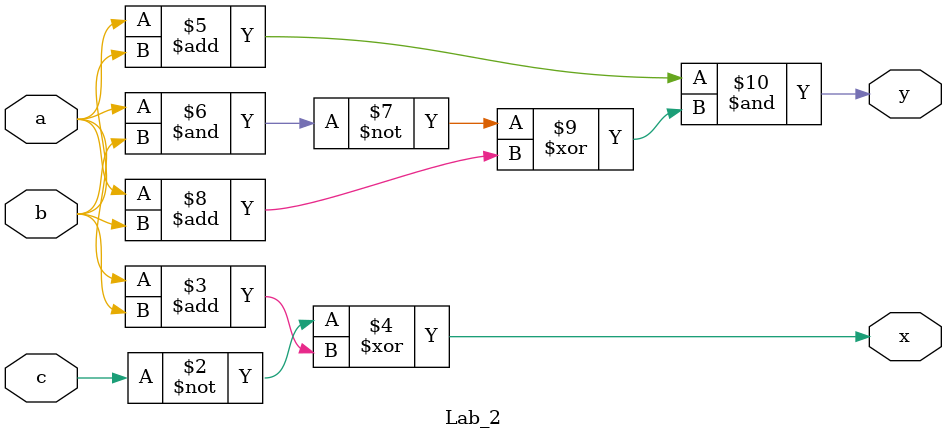
<source format=sv>
module Lab_2(
 input logic a,
 input logic b,
 input logic c,
 output logic x,
 output logic y
 );
 always_comb begin
 x = (~c) ^ (a + b);
 y = (a + b) & ((~(a & b)) ^ (a + b));
 end
 endmodule
</source>
